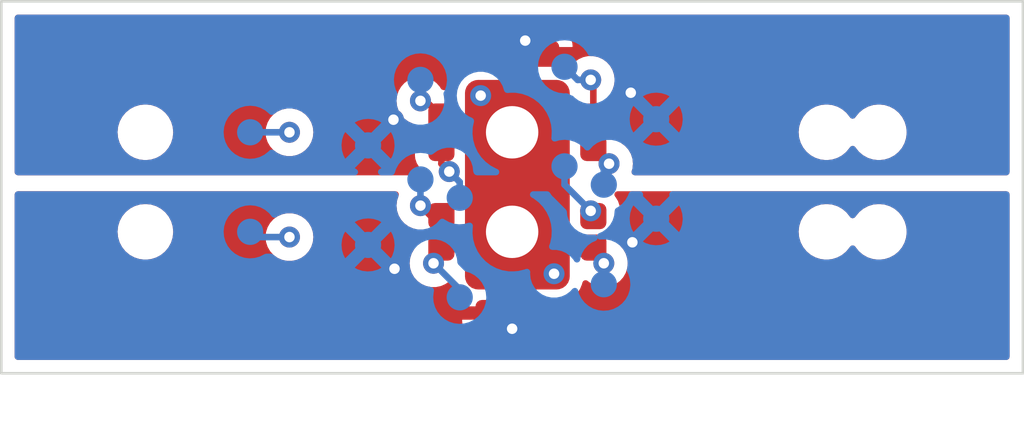
<source format=kicad_pcb>
(kicad_pcb (version 20221018) (generator pcbnew)
  (title_block (title "LGAD carrier board compatible with Chubut 2") (date "2022-08-15") (company "Universität Zürich") (comment 1 "Matias Senger"))
  (layers (0 "F.Cu" signal) (1 "In1.Cu" signal) (2 "In2.Cu" signal) (31 "B.Cu" signal) (34 "B.Paste" user) (35 "F.Paste" user) (36 "B.SilkS" user "B.Silkscreen") (37 "F.SilkS" user "F.Silkscreen") (38 "B.Mask" user) (39 "F.Mask" user) (44 "Edge.Cuts" user))
  (net 0 "")
  (net 1 "Net-(J2-Pad1)")
  (net 2 "Net-(J3-Pad1)")
  (net 3 "Net-(J1-Pad1)")
  (net 4 "/HV")
  (net 5 "Net-(J4-Pad1)")
  (net 6 "Net-(J7-Pad1)")
  (net 7 "Net-(J10-Pad1)")
  (net 8 "Net-(J11-Pad1)")
  (net 9 "Net-(J12-Pad1)")
  (net 10 "/GND1")
  (net 11 "/GND2")
  (footprint "chubut:MILL-MAX_7625-0-00-15-00-00-03-0_alignment_hole" (layer "F.Cu") (at 12 3.8)
    (fp_text reference "H6" hide)
    (fp_text value "MountingHole")
    (pad "" np_thru_hole circle (at 0 0) (size 1.1 1.1) (drill 1.1) (layers "F&B.Cu"))
  )
  (footprint "chubut:MILL-MAX_7625-0-00-15-00-00-03-0_alignment_hole" (layer "F.Cu") (at 14 3.8)
    (fp_text reference "H4" hide)
    (fp_text value "MountingHole")
    (pad "" np_thru_hole circle (at 0 0) (size 1.1 1.1) (drill 1.1) (layers "F&B.Cu"))
  )
  (footprint "chubut:MILL-MAX_7625-0-00-15-00-00-03-0_alignment_hole" (layer "F.Cu") (at -14 3.8)
    (fp_text reference "H3" hide)
    (fp_text value "MountingHole")
    (pad "" np_thru_hole circle (at 0 0) (size 1.1 1.1) (drill 1.1) (layers "F&B.Cu"))
  )
  (footprint "chubut:MILL-MAX_7625-0-00-15-00-00-03-0_alignment_hole" (layer "F.Cu") (at -14 0)
    (fp_text reference "H2" hide)
    (fp_text value "MountingHole")
    (pad "" np_thru_hole circle (at 0 0) (size 1.1 1.1) (drill 1.1) (layers "F&B.Cu"))
  )
  (footprint "chubut:MILL-MAX_7625-0-00-15-00-00-03-0_alignment_hole" (layer "F.Cu") (at 14 0)
    (fp_text reference "H1" hide)
    (fp_text value "MountingHole")
    (pad "" np_thru_hole circle (at 0 0) (size 1.1 1.1) (drill 1.1) (layers "F&B.Cu"))
  )
  (footprint "chubut:MILL-MAX_7625-0-00-15-00-00-03-0_alignment_hole" (layer "F.Cu") (at 12 0)
    (fp_text reference "H5" hide)
    (fp_text value "MountingHole")
    (pad "" np_thru_hole circle (at 0 0) (size 1.1 1.1) (drill 1.1) (layers "F&B.Cu"))
  )
  (footprint "chubut:LGAD_4CH_dual" (layer "F.Cu") (at 0 0)
    (fp_text reference "U1" hide)
    (fp_text value "LGAD_4CH_dual")
    (pad "" np_thru_hole circle (at 0 0 90) (size 2 2) (drill 2) (layers "F&B.Cu"))
    (pad "" np_thru_hole circle (at 0 3.8 90) (size 2 2) (drill 2) (layers "F&B.Cu"))
    (pad "1" smd roundrect (at 0.2 2) (size 4 8) (layers "F.Cu" "F.Mask") (roundrect_rratio 0.125) (net 4 "/HV"))
    (pad "2" smd roundrect (at 0.2 -3) (size 3.2 1) (layers "F.Cu" "F.Mask") (net 11 "/GND2"))
    (pad "3" smd roundrect (at -2.7 -0.6) (size 1 1) (layers "F.Cu" "F.Mask") (net 9 "Net-(J12-Pad1)"))
    (pad "4" smd roundrect (at -2.7 0.6) (size 1 1) (layers "F.Cu" "F.Mask") (net 8 "Net-(J11-Pad1)"))
    (pad "5" smd roundrect (at 3.1 0.6) (size 1 1) (layers "F.Cu" "F.Mask") (net 7 "Net-(J10-Pad1)"))
    (pad "6" smd roundrect (at 3.1 -0.6) (size 1 1) (layers "F.Cu" "F.Mask") (net 6 "Net-(J7-Pad1)"))
    (pad "7" smd roundrect (at 0.2 6.9) (size 3.2 1) (layers "F.Cu" "F.Mask") (net 10 "/GND1"))
    (pad "8" smd roundrect (at -2.7 3.2) (size 1 1) (layers "F.Cu" "F.Mask") (net 5 "Net-(J4-Pad1)"))
    (pad "9" smd roundrect (at -2.7 4.4) (size 1 1) (layers "F.Cu" "F.Mask") (net 2 "Net-(J3-Pad1)"))
    (pad "10" smd roundrect (at 3.1 4.4) (size 1 1) (layers "F.Cu" "F.Mask") (net 1 "Net-(J2-Pad1)"))
    (pad "11" smd roundrect (at 3.1 3.2) (size 1 1) (layers "F.Cu" "F.Mask") (net 3 "Net-(J1-Pad1)"))
  )
  (footprint "chubut:MILL-MAX_0965-0-15-20-80-14-11-0_contact" (layer "B.Cu") (at -5.5 4.3 180)
    (fp_text reference "J8" hide)
    (fp_text value "CH1")
    (pad "1" smd circle (at 0 0 180) (size 1 1) (layers "B.Cu" "B.Mask") (net 10 "/GND1"))
  )
  (footprint "chubut:MILL-MAX_0965-0-15-20-80-14-11-0_contact" (layer "B.Cu") (at -5.5 0.5 180)
    (fp_text reference "J13" hide)
    (fp_text value "CH1")
    (pad "1" smd circle (at 0 0 180) (size 1 1) (layers "B.Cu" "B.Mask") (net 11 "/GND2"))
  )
  (footprint "chubut:MILL-MAX_0965-0-15-20-80-14-11-0_contact" (layer "B.Cu") (at 2 -2.5 180)
    (fp_text reference "J7" hide)
    (fp_text value "CH1")
    (pad "1" smd circle (at 0 0 180) (size 1 1) (layers "B.Cu" "B.Mask") (net 6 "Net-(J7-Pad1)"))
  )
  (footprint "chubut:MILL-MAX_0965-0-15-20-80-14-11-0_contact" (layer "B.Cu") (at -10 0 180)
    (fp_text reference "J6" hide)
    (fp_text value "HV")
    (pad "1" smd circle (at 0 0 180) (size 1 1) (layers "B.Cu" "B.Mask") (net 4 "/HV"))
  )
  (footprint "chubut:MILL-MAX_0965-0-15-20-80-14-11-0_contact" (layer "B.Cu") (at -3.5 1.8 180)
    (fp_text reference "J4" hide)
    (fp_text value "CH1")
    (pad "1" smd circle (at 0 0 180) (size 1 1) (layers "B.Cu" "B.Mask") (net 5 "Net-(J4-Pad1)"))
  )
  (footprint "chubut:MILL-MAX_0965-0-15-20-80-14-11-0_contact" (layer "B.Cu") (at 2 1.3 180)
    (fp_text reference "J1" hide)
    (fp_text value "CH1")
    (pad "1" smd circle (at 0 0 180) (size 1 1) (layers "B.Cu" "B.Mask") (net 3 "Net-(J1-Pad1)"))
  )
  (footprint "chubut:MILL-MAX_0965-0-15-20-80-14-11-0_contact" (layer "B.Cu") (at 5.5 -0.5 180)
    (fp_text reference "J14" hide)
    (fp_text value "CH1")
    (pad "1" smd circle (at 0 0 180) (size 1 1) (layers "B.Cu" "B.Mask") (net 11 "/GND2"))
  )
  (footprint "chubut:MILL-MAX_0965-0-15-20-80-14-11-0_contact" (layer "B.Cu") (at -3.5 -2 180)
    (fp_text reference "J12" hide)
    (fp_text value "CH1")
    (pad "1" smd circle (at 0 0 180) (size 1 1) (layers "B.Cu" "B.Mask") (net 9 "Net-(J12-Pad1)"))
  )
  (footprint "chubut:MILL-MAX_0965-0-15-20-80-14-11-0_contact" (layer "B.Cu") (at -2 6.3 180)
    (fp_text reference "J3" hide)
    (fp_text value "CH1")
    (pad "1" smd circle (at 0 0 180) (size 1 1) (layers "B.Cu" "B.Mask") (net 2 "Net-(J3-Pad1)"))
  )
  (footprint "chubut:MILL-MAX_0965-0-15-20-80-14-11-0_contact" (layer "B.Cu") (at -2 2.5 180)
    (fp_text reference "J11" hide)
    (fp_text value "CH1")
    (pad "1" smd circle (at 0 0 180) (size 1 1) (layers "B.Cu" "B.Mask") (net 8 "Net-(J11-Pad1)"))
  )
  (footprint "chubut:MILL-MAX_0965-0-15-20-80-14-11-0_contact" (layer "B.Cu") (at 3.5 2 180)
    (fp_text reference "J10" hide)
    (fp_text value "CH1")
    (pad "1" smd circle (at 0 0 180) (size 1 1) (layers "B.Cu" "B.Mask") (net 7 "Net-(J10-Pad1)"))
  )
  (footprint "chubut:MILL-MAX_0965-0-15-20-80-14-11-0_contact" (layer "B.Cu") (at 5.5 3.3 180)
    (fp_text reference "J5" hide)
    (fp_text value "CH1")
    (pad "1" smd circle (at 0 0 180) (size 1 1) (layers "B.Cu" "B.Mask") (net 10 "/GND1"))
  )
  (footprint "chubut:MILL-MAX_0965-0-15-20-80-14-11-0_contact" (layer "B.Cu") (at 3.5 5.8 180)
    (fp_text reference "J2" hide)
    (fp_text value "CH1")
    (pad "1" smd circle (at 0 0 180) (size 1 1) (layers "B.Cu" "B.Mask") (net 1 "Net-(J2-Pad1)"))
  )
  (footprint "chubut:MILL-MAX_0965-0-15-20-80-14-11-0_contact" (layer "B.Cu") (at -10 3.8 180)
    (fp_text reference "J9" hide)
    (fp_text value "HV")
    (pad "1" smd circle (at 0 0 180) (size 1 1) (layers "B.Cu" "B.Mask") (net 4 "/HV"))
  )
  (gr_rect (start -19.5 -5) (end 19.5 9.2) (stroke (width 0.1)) (fill none) (layer "Edge.Cuts"))
  (segment (start 3.5 4.8) (end 3.5 5) (width 0.25) (layer "F.Cu") (net 1))
  (segment (start 3.1 4.4) (end 3.5 4.8) (width 0.25) (layer "F.Cu") (net 1))
  (via (at 3.5 5) (size 0.8) (drill 0.4) (layers "F.Cu" "B.Cu") (net 1))
  (segment (start 3.5 5) (end 3.5 5.8) (width 0.25) (layer "B.Cu") (net 1))
  (segment (start -2.7 4.4) (end -2.7 4.7) (width 0.25) (layer "F.Cu") (net 2))
  (segment (start -2.7 4.7) (end -3 5) (width 0.25) (layer "F.Cu") (net 2))
  (via (at -3 5) (size 0.8) (drill 0.4) (layers "F.Cu" "B.Cu") (net 2))
  (segment (start -2 6) (end -2 6.3) (width 0.25) (layer "B.Cu") (net 2))
  (segment (start -3 5) (end -2 6) (width 0.25) (layer "B.Cu") (net 2))
  (segment (start 3.1 3.2) (end 3.1 3.1) (width 0.25) (layer "F.Cu") (net 3))
  (segment (start 3.1 3.1) (end 3 3) (width 0.25) (layer "F.Cu") (net 3))
  (via (at 3 3) (size 0.8) (drill 0.4) (layers "F.Cu" "B.Cu") (net 3))
  (segment (start 2 2) (end 2 1.3) (width 0.25) (layer "B.Cu") (net 3))
  (segment (start 3 3) (end 2 2) (width 0.25) (layer "B.Cu") (net 3))
  (via (at -1.2 -1.4) (size 0.8) (drill 0.4) (layers "F.Cu" "B.Cu") (net 4))
  (via (at -8.5 0) (size 0.8) (drill 0.4) (layers "F.Cu" "B.Cu") (net 4))
  (via (at 1.6 5.4) (size 0.8) (drill 0.4) (layers "F.Cu" "B.Cu") (net 4))
  (via (at -8.5 4) (size 0.8) (drill 0.4) (layers "F.Cu" "B.Cu") (net 4))
  (segment (start -9.8 4) (end -8.5 4) (width 0.25) (layer "B.Cu") (net 4))
  (segment (start -10 0) (end -8.5 0) (width 0.25) (layer "B.Cu") (net 4))
  (segment (start -10 3.8) (end -9.8 4) (width 0.25) (layer "B.Cu") (net 4))
  (segment (start -3.1 3.2) (end -3.5 2.8) (width 0.25) (layer "F.Cu") (net 5))
  (segment (start -2.7 3.2) (end -3.1 3.2) (width 0.25) (layer "F.Cu") (net 5))
  (via (at -3.5 2.8) (size 0.8) (drill 0.4) (layers "F.Cu" "B.Cu") (net 5))
  (segment (start -3.5 2.8) (end -3.5 1.8) (width 0.25) (layer "B.Cu") (net 5))
  (segment (start 3.1 -1.9) (end 3 -2) (width 0.25) (layer "F.Cu") (net 6))
  (segment (start 3.1 -0.6) (end 3.1 -1.9) (width 0.25) (layer "F.Cu") (net 6))
  (via (at 3 -2) (size 0.8) (drill 0.4) (layers "F.Cu" "B.Cu") (net 6))
  (segment (start 3 -2) (end 2.5 -2) (width 0.25) (layer "B.Cu") (net 6))
  (segment (start 2.5 -2) (end 2 -2.5) (width 0.25) (layer "B.Cu") (net 6))
  (segment (start 3.7 1.2) (end 3.1 0.6) (width 0.25) (layer "F.Cu") (net 7))
  (via (at 3.7 1.2) (size 0.8) (drill 0.4) (layers "F.Cu" "B.Cu") (net 7))
  (segment (start 3.5 2) (end 3.5 1.4) (width 0.25) (layer "B.Cu") (net 7))
  (segment (start 3.5 1.4) (end 3.7 1.2) (width 0.25) (layer "B.Cu") (net 7))
  (segment (start -2.7 0.6) (end -2.7 1.2) (width 0.25) (layer "F.Cu") (net 8))
  (segment (start -2.7 1.2) (end -2.4 1.5) (width 0.25) (layer "F.Cu") (net 8))
  (via (at -2.4 1.5) (size 0.8) (drill 0.4) (layers "F.Cu" "B.Cu") (net 8))
  (segment (start -2.4 1.5) (end -2 1.9) (width 0.25) (layer "B.Cu") (net 8))
  (segment (start -2 1.9) (end -2 2.5) (width 0.25) (layer "B.Cu") (net 8))
  (segment (start -3.3 -1.2) (end -2.7 -0.6) (width 0.25) (layer "F.Cu") (net 9))
  (segment (start -3.5 -1.2) (end -3.3 -1.2) (width 0.25) (layer "F.Cu") (net 9))
  (via (at -3.5 -1.2) (size 0.8) (drill 0.4) (layers "F.Cu" "B.Cu") (net 9))
  (segment (start -3.5 -2) (end -3.5 -1.2) (width 0.25) (layer "B.Cu") (net 9))
  (segment (start 0.2 7.3) (end 0 7.5) (width 0.25) (layer "F.Cu") (net 10))
  (segment (start 0.2 6.9) (end 0.2 7.3) (width 0.25) (layer "F.Cu") (net 10))
  (via (at -4.49 5.21) (size 0.8) (drill 0.4) (layers "F.Cu" "B.Cu") (net 10))
  (via (at 4.59 4.2) (size 0.8) (drill 0.4) (layers "F.Cu" "B.Cu") (net 10))
  (via (at 0 7.5) (size 0.8) (drill 0.4) (layers "F.Cu" "B.Cu") (net 10))
  (segment (start 0.2 -3.2) (end 0.5 -3.5) (width 0.25) (layer "F.Cu") (net 11))
  (segment (start 0.2 -3) (end 0.2 -3.2) (width 0.25) (layer "F.Cu") (net 11))
  (via (at -4.53 -0.48) (size 0.8) (drill 0.4) (layers "F.Cu" "B.Cu") (net 11))
  (via (at 4.53 -1.51) (size 0.8) (drill 0.4) (layers "F.Cu" "B.Cu") (net 11))
  (via (at 0.5 -3.5) (size 0.8) (drill 0.4) (layers "F.Cu" "B.Cu") (net 11))
  (zone (net 11) (net_name "/GND2") (layers "F.Cu" "In1.Cu" "B.Cu") (connect_pads (clearance 0.508)) (min_thickness 0.254) (fill yes (thermal_gap 0.508) (thermal_bridge_width 0.508))
    (polygon (pts (xy 19.49167 1.643203) (xy -19.50833 1.643203) (xy -19.50833 -5.026797) (xy 19.49167 -5.026797)))
  )
  (zone (net 10) (net_name "/GND1") (layers "F.Cu" "In1.Cu" "B.Cu") (connect_pads (clearance 0.508)) (min_thickness 0.254) (fill yes (thermal_gap 0.508) (thermal_bridge_width 0.508))
    (polygon (pts (xy 19.49167 9.2) (xy -19.50833 9.2) (xy -19.50833 2.25) (xy 19.49167 2.25)))
  )
)
</source>
